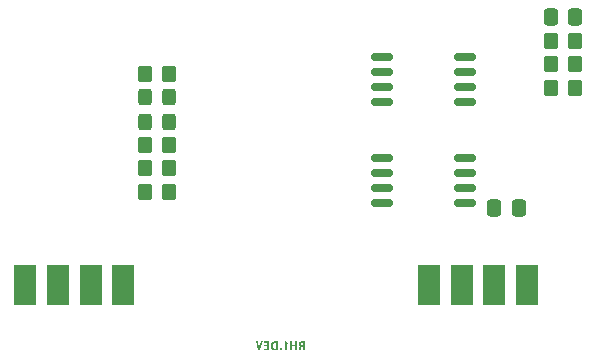
<source format=gbr>
G04 #@! TF.GenerationSoftware,KiCad,Pcbnew,8.0.4*
G04 #@! TF.CreationDate,2024-12-17T15:55:10+02:00*
G04 #@! TF.ProjectId,core,636f7265-2e6b-4696-9361-645f70636258,1.0*
G04 #@! TF.SameCoordinates,Original*
G04 #@! TF.FileFunction,Paste,Bot*
G04 #@! TF.FilePolarity,Positive*
%FSLAX46Y46*%
G04 Gerber Fmt 4.6, Leading zero omitted, Abs format (unit mm)*
G04 Created by KiCad (PCBNEW 8.0.4) date 2024-12-17 15:55:10*
%MOMM*%
%LPD*%
G01*
G04 APERTURE LIST*
G04 Aperture macros list*
%AMRoundRect*
0 Rectangle with rounded corners*
0 $1 Rounding radius*
0 $2 $3 $4 $5 $6 $7 $8 $9 X,Y pos of 4 corners*
0 Add a 4 corners polygon primitive as box body*
4,1,4,$2,$3,$4,$5,$6,$7,$8,$9,$2,$3,0*
0 Add four circle primitives for the rounded corners*
1,1,$1+$1,$2,$3*
1,1,$1+$1,$4,$5*
1,1,$1+$1,$6,$7*
1,1,$1+$1,$8,$9*
0 Add four rect primitives between the rounded corners*
20,1,$1+$1,$2,$3,$4,$5,0*
20,1,$1+$1,$4,$5,$6,$7,0*
20,1,$1+$1,$6,$7,$8,$9,0*
20,1,$1+$1,$8,$9,$2,$3,0*%
G04 Aperture macros list end*
%ADD10C,0.187500*%
%ADD11RoundRect,0.150000X-0.800000X-0.150000X0.800000X-0.150000X0.800000X0.150000X-0.800000X0.150000X0*%
%ADD12R,1.846667X3.480000*%
%ADD13RoundRect,0.250000X-0.350000X-0.450000X0.350000X-0.450000X0.350000X0.450000X-0.350000X0.450000X0*%
%ADD14RoundRect,0.250000X0.337500X0.475000X-0.337500X0.475000X-0.337500X-0.475000X0.337500X-0.475000X0*%
%ADD15RoundRect,0.250000X0.350000X0.450000X-0.350000X0.450000X-0.350000X-0.450000X0.350000X-0.450000X0*%
%ADD16RoundRect,0.250000X-0.337500X-0.475000X0.337500X-0.475000X0.337500X0.475000X-0.337500X0.475000X0*%
%ADD17RoundRect,0.250000X0.325000X0.450000X-0.325000X0.450000X-0.325000X-0.450000X0.325000X-0.450000X0*%
G04 APERTURE END LIST*
D10*
G36*
X159742651Y-92814000D02*
G01*
X159582428Y-92814000D01*
X159582428Y-92513874D01*
X159490593Y-92513874D01*
X159483544Y-92513969D01*
X159444165Y-92519241D01*
X159409504Y-92538298D01*
X159400905Y-92549100D01*
X159384689Y-92585974D01*
X159382650Y-92593967D01*
X159375713Y-92634365D01*
X159371793Y-92673511D01*
X159370340Y-92694641D01*
X159367241Y-92737448D01*
X159363586Y-92778438D01*
X159353230Y-92814000D01*
X159188122Y-92814000D01*
X159191133Y-92808638D01*
X159205708Y-92771794D01*
X159209901Y-92747085D01*
X159213719Y-92706728D01*
X159214547Y-92694640D01*
X159217814Y-92651201D01*
X159221401Y-92611733D01*
X159226420Y-92572297D01*
X159231512Y-92548937D01*
X159247131Y-92511138D01*
X159253363Y-92501118D01*
X159280990Y-92472107D01*
X159317669Y-92452520D01*
X159293208Y-92438452D01*
X159262241Y-92412220D01*
X159238143Y-92379833D01*
X159224825Y-92351983D01*
X159213848Y-92310955D01*
X159211926Y-92286435D01*
X159370816Y-92286435D01*
X159375304Y-92323103D01*
X159394263Y-92358926D01*
X159415787Y-92374691D01*
X159453303Y-92385902D01*
X159494305Y-92388822D01*
X159582428Y-92388822D01*
X159582428Y-92188738D01*
X159490983Y-92188738D01*
X159475923Y-92189104D01*
X159437006Y-92194600D01*
X159399734Y-92212185D01*
X159397955Y-92213677D01*
X159376351Y-92247219D01*
X159370816Y-92286435D01*
X159211926Y-92286435D01*
X159210593Y-92269436D01*
X159210662Y-92263130D01*
X159215001Y-92221515D01*
X159228227Y-92179359D01*
X159250270Y-92142967D01*
X159281130Y-92112339D01*
X159297360Y-92100936D01*
X159334583Y-92082691D01*
X159372362Y-92071715D01*
X159415003Y-92065396D01*
X159455422Y-92063685D01*
X159742651Y-92063685D01*
X159742651Y-92814000D01*
G37*
G36*
X159057990Y-92814000D02*
G01*
X159057990Y-92063685D01*
X158897766Y-92063685D01*
X158897766Y-92351306D01*
X158659776Y-92351306D01*
X158659776Y-92063685D01*
X158499553Y-92063685D01*
X158499553Y-92814000D01*
X158659776Y-92814000D01*
X158659776Y-92488863D01*
X158897766Y-92488863D01*
X158897766Y-92814000D01*
X159057990Y-92814000D01*
G37*
G36*
X158201381Y-92814000D02*
G01*
X158201381Y-92281745D01*
X158235416Y-92303251D01*
X158246908Y-92307342D01*
X158287095Y-92313028D01*
X158316273Y-92313790D01*
X158316273Y-92204956D01*
X158275984Y-92201979D01*
X158237663Y-92190548D01*
X158214082Y-92174474D01*
X158190945Y-92141485D01*
X158176878Y-92104917D01*
X158166992Y-92063685D01*
X158054249Y-92063685D01*
X158054249Y-92814000D01*
X158201381Y-92814000D01*
G37*
G36*
X157597417Y-92651431D02*
G01*
X157597417Y-92814000D01*
X157761549Y-92814000D01*
X157761549Y-92651431D01*
X157597417Y-92651431D01*
G37*
G36*
X157423712Y-92814000D02*
G01*
X157193928Y-92814000D01*
X157156851Y-92812995D01*
X157115313Y-92809038D01*
X157074738Y-92801299D01*
X157052748Y-92795018D01*
X157015283Y-92778832D01*
X156980538Y-92756371D01*
X156948513Y-92727635D01*
X156942322Y-92721092D01*
X156914315Y-92685899D01*
X156891222Y-92646575D01*
X156873042Y-92603120D01*
X156862036Y-92565382D01*
X156854174Y-92524999D01*
X156849457Y-92481973D01*
X156847885Y-92436302D01*
X156847888Y-92435912D01*
X157008108Y-92435912D01*
X157009563Y-92476856D01*
X157015150Y-92521241D01*
X157024928Y-92560446D01*
X157041631Y-92599640D01*
X157067704Y-92635800D01*
X157075368Y-92643063D01*
X157110494Y-92663583D01*
X157152004Y-92673902D01*
X157191779Y-92676442D01*
X157263489Y-92676442D01*
X157263489Y-92201243D01*
X157196078Y-92201243D01*
X157162777Y-92203249D01*
X157123741Y-92212164D01*
X157087154Y-92230718D01*
X157058325Y-92258298D01*
X157046555Y-92275136D01*
X157027724Y-92313409D01*
X157016396Y-92351926D01*
X157009874Y-92395138D01*
X157008108Y-92435912D01*
X156847888Y-92435912D01*
X156847989Y-92424377D01*
X156850485Y-92378494D01*
X156856309Y-92335524D01*
X156865460Y-92295467D01*
X156877939Y-92258322D01*
X156898218Y-92215987D01*
X156923697Y-92178203D01*
X156954375Y-92144969D01*
X156983135Y-92121553D01*
X157021842Y-92098692D01*
X157065123Y-92081546D01*
X157104686Y-92071623D01*
X157147425Y-92065670D01*
X157193342Y-92063685D01*
X157423712Y-92063685D01*
X157423712Y-92814000D01*
G37*
G36*
X156723419Y-92814000D02*
G01*
X156723419Y-92063685D01*
X156247048Y-92063685D01*
X156247048Y-92201243D01*
X156563196Y-92201243D01*
X156563196Y-92351306D01*
X156274403Y-92351306D01*
X156274403Y-92488863D01*
X156563196Y-92488863D01*
X156563196Y-92676442D01*
X156240404Y-92676442D01*
X156240404Y-92814000D01*
X156723419Y-92814000D01*
G37*
G36*
X155785917Y-92814000D02*
G01*
X155964117Y-92814000D01*
X156168108Y-92057433D01*
X155999678Y-92057433D01*
X155871304Y-92603169D01*
X155742735Y-92057433D01*
X155579190Y-92057433D01*
X155785917Y-92814000D01*
G37*
D11*
X166300000Y-71810000D03*
X166300000Y-70540000D03*
X166300000Y-69270000D03*
X166300000Y-68000000D03*
X173300000Y-68000000D03*
X173300000Y-69270000D03*
X173300000Y-70540000D03*
X173300000Y-71810000D03*
X166300000Y-80305000D03*
X166300000Y-79035000D03*
X166300000Y-77765000D03*
X166300000Y-76495000D03*
X173300000Y-76495000D03*
X173300000Y-77765000D03*
X173300000Y-79035000D03*
X173300000Y-80305000D03*
D12*
X178555000Y-87300000D03*
X175785000Y-87300000D03*
X173015000Y-87300000D03*
X170245000Y-87300000D03*
X136045000Y-87300000D03*
X138815000Y-87300000D03*
X141585000Y-87300000D03*
X144355000Y-87300000D03*
D13*
X180600000Y-68600000D03*
X182600000Y-68600000D03*
D14*
X180562500Y-64580000D03*
X182637500Y-64580000D03*
D15*
X182600000Y-70600000D03*
X180600000Y-70600000D03*
X182600000Y-66600000D03*
X180600000Y-66600000D03*
D13*
X146200000Y-69400000D03*
X148200000Y-69400000D03*
D16*
X175762500Y-80800000D03*
X177837500Y-80800000D03*
D17*
X148225000Y-71400000D03*
X146175000Y-71400000D03*
D13*
X146200000Y-79400000D03*
X148200000Y-79400000D03*
D15*
X148200000Y-77400000D03*
X146200000Y-77400000D03*
D13*
X146200000Y-75400000D03*
X148200000Y-75400000D03*
D17*
X148225000Y-73473000D03*
X146175000Y-73473000D03*
M02*

</source>
